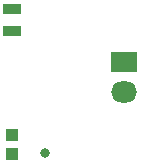
<source format=gts>
G04*
G04 #@! TF.GenerationSoftware,Altium Limited,Altium Designer,20.1.7 (139)*
G04*
G04 Layer_Color=8388736*
%FSLAX25Y25*%
%MOIN*%
G70*
G04*
G04 #@! TF.SameCoordinates,A38E65EC-B4ED-41E5-85B1-8330A3BA3D95*
G04*
G04*
G04 #@! TF.FilePolarity,Negative*
G04*
G01*
G75*
%ADD15R,0.03950X0.03950*%
%ADD16R,0.05918X0.03556*%
%ADD17R,0.08674X0.07099*%
%ADD18O,0.08674X0.07099*%
%ADD19C,0.03162*%
D15*
X23622Y14469D02*
D03*
Y20965D02*
D03*
D16*
Y55512D02*
D03*
Y62992D02*
D03*
D17*
X61024Y45276D02*
D03*
D18*
Y35276D02*
D03*
D19*
X34449Y14764D02*
D03*
M02*

</source>
